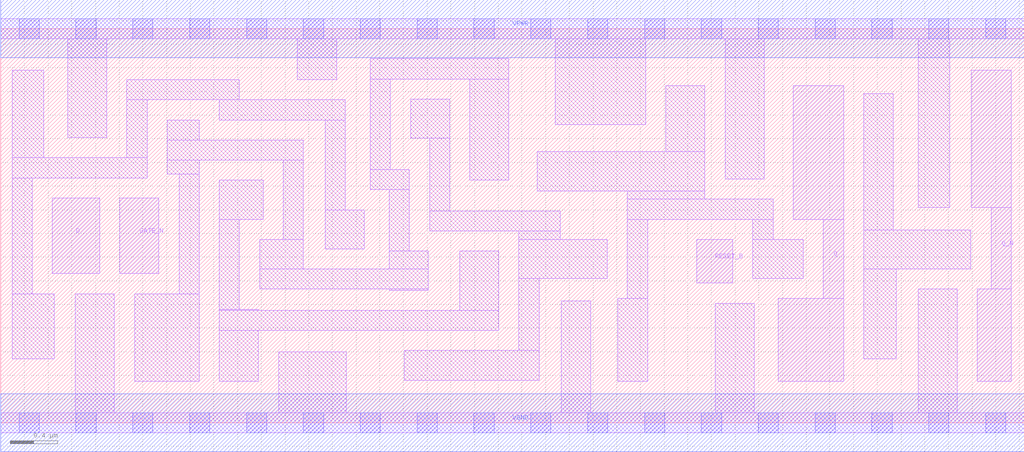
<source format=lef>
# Copyright 2020 The SkyWater PDK Authors
#
# Licensed under the Apache License, Version 2.0 (the "License");
# you may not use this file except in compliance with the License.
# You may obtain a copy of the License at
#
#     https://www.apache.org/licenses/LICENSE-2.0
#
# Unless required by applicable law or agreed to in writing, software
# distributed under the License is distributed on an "AS IS" BASIS,
# WITHOUT WARRANTIES OR CONDITIONS OF ANY KIND, either express or implied.
# See the License for the specific language governing permissions and
# limitations under the License.
#
# SPDX-License-Identifier: Apache-2.0

VERSION 5.7 ;
  NAMESCASESENSITIVE ON ;
  NOWIREEXTENSIONATPIN ON ;
  DIVIDERCHAR "/" ;
  BUSBITCHARS "[]" ;
UNITS
  DATABASE MICRONS 200 ;
END UNITS
MACRO sky130_fd_sc_hs__dlrbn_1
  CLASS CORE ;
  FOREIGN sky130_fd_sc_hs__dlrbn_1 ;
  ORIGIN  0.000000  0.000000 ;
  SIZE  8.640000 BY  3.330000 ;
  SYMMETRY X Y ;
  SITE unit ;
  PIN D
    ANTENNAGATEAREA  0.208500 ;
    DIRECTION INPUT ;
    USE SIGNAL ;
    PORT
      LAYER li1 ;
        RECT 0.435000 1.260000 0.835000 1.900000 ;
    END
  END D
  PIN Q
    ANTENNADIFFAREA  0.535700 ;
    DIRECTION OUTPUT ;
    USE SIGNAL ;
    PORT
      LAYER li1 ;
        RECT 6.565000 0.350000 7.115000 1.050000 ;
        RECT 6.690000 1.720000 7.115000 2.850000 ;
        RECT 6.945000 1.050000 7.115000 1.720000 ;
    END
  END Q
  PIN Q_N
    ANTENNADIFFAREA  0.541300 ;
    DIRECTION OUTPUT ;
    USE SIGNAL ;
    PORT
      LAYER li1 ;
        RECT 8.195000 1.820000 8.530000 2.980000 ;
        RECT 8.245000 0.350000 8.530000 1.130000 ;
        RECT 8.360000 1.130000 8.530000 1.820000 ;
    END
  END Q_N
  PIN RESET_B
    ANTENNAGATEAREA  0.279000 ;
    DIRECTION INPUT ;
    USE SIGNAL ;
    PORT
      LAYER li1 ;
        RECT 5.875000 1.180000 6.180000 1.550000 ;
    END
  END RESET_B
  PIN GATE_N
    ANTENNAGATEAREA  0.237000 ;
    DIRECTION INPUT ;
    USE CLOCK ;
    PORT
      LAYER li1 ;
        RECT 1.005000 1.260000 1.335000 1.900000 ;
    END
  END GATE_N
  PIN VGND
    DIRECTION INOUT ;
    USE GROUND ;
    PORT
      LAYER met1 ;
        RECT 0.000000 -0.245000 8.640000 0.245000 ;
    END
  END VGND
  PIN VPWR
    DIRECTION INOUT ;
    USE POWER ;
    PORT
      LAYER met1 ;
        RECT 0.000000 3.085000 8.640000 3.575000 ;
    END
  END VPWR
  OBS
    LAYER li1 ;
      RECT 0.000000 -0.085000 8.640000 0.085000 ;
      RECT 0.000000  3.245000 8.640000 3.415000 ;
      RECT 0.095000  0.540000 0.450000 1.090000 ;
      RECT 0.095000  1.090000 0.265000 2.070000 ;
      RECT 0.095000  2.070000 1.235000 2.240000 ;
      RECT 0.095000  2.240000 0.365000 2.980000 ;
      RECT 0.565000  2.410000 0.895000 3.245000 ;
      RECT 0.630000  0.085000 0.960000 1.090000 ;
      RECT 1.065000  2.240000 1.235000 2.730000 ;
      RECT 1.065000  2.730000 2.015000 2.900000 ;
      RECT 1.130000  0.350000 1.675000 1.090000 ;
      RECT 1.405000  2.100000 1.675000 2.220000 ;
      RECT 1.405000  2.220000 2.555000 2.390000 ;
      RECT 1.405000  2.390000 1.675000 2.560000 ;
      RECT 1.505000  1.090000 1.675000 2.100000 ;
      RECT 1.845000  0.350000 2.175000 0.780000 ;
      RECT 1.845000  0.780000 4.205000 0.950000 ;
      RECT 1.845000  0.950000 2.175000 0.960000 ;
      RECT 1.845000  0.960000 2.015000 1.720000 ;
      RECT 1.845000  1.720000 2.215000 2.050000 ;
      RECT 1.845000  2.560000 2.910000 2.730000 ;
      RECT 2.185000  1.130000 3.610000 1.300000 ;
      RECT 2.185000  1.300000 2.555000 1.550000 ;
      RECT 2.345000  0.085000 2.915000 0.600000 ;
      RECT 2.385000  1.550000 2.555000 2.220000 ;
      RECT 2.505000  2.900000 2.835000 3.245000 ;
      RECT 2.740000  1.470000 3.070000 1.800000 ;
      RECT 2.740000  1.800000 2.910000 2.560000 ;
      RECT 3.120000  1.970000 3.450000 2.140000 ;
      RECT 3.120000  2.140000 3.290000 2.905000 ;
      RECT 3.120000  2.905000 4.290000 3.075000 ;
      RECT 3.280000  1.120000 3.610000 1.130000 ;
      RECT 3.280000  1.300000 3.610000 1.450000 ;
      RECT 3.280000  1.450000 3.450000 1.970000 ;
      RECT 3.405000  0.360000 4.545000 0.610000 ;
      RECT 3.460000  2.405000 3.790000 2.735000 ;
      RECT 3.620000  1.620000 4.725000 1.790000 ;
      RECT 3.620000  1.790000 3.790000 2.405000 ;
      RECT 3.875000  0.950000 4.205000 1.450000 ;
      RECT 3.960000  2.050000 4.290000 2.905000 ;
      RECT 4.375000  0.610000 4.545000 1.220000 ;
      RECT 4.375000  1.220000 5.120000 1.550000 ;
      RECT 4.375000  1.550000 4.725000 1.620000 ;
      RECT 4.530000  1.960000 5.945000 2.290000 ;
      RECT 4.680000  2.520000 5.445000 3.245000 ;
      RECT 4.730000  0.085000 4.980000 1.030000 ;
      RECT 5.210000  0.350000 5.460000 1.050000 ;
      RECT 5.290000  1.050000 5.460000 1.720000 ;
      RECT 5.290000  1.720000 6.520000 1.890000 ;
      RECT 5.290000  1.890000 5.945000 1.960000 ;
      RECT 5.615000  2.290000 5.945000 2.850000 ;
      RECT 6.030000  0.085000 6.360000 1.010000 ;
      RECT 6.115000  2.060000 6.445000 3.245000 ;
      RECT 6.350000  1.220000 6.775000 1.550000 ;
      RECT 6.350000  1.550000 6.520000 1.720000 ;
      RECT 7.285000  0.540000 7.560000 1.300000 ;
      RECT 7.285000  1.300000 8.190000 1.630000 ;
      RECT 7.285000  1.630000 7.535000 2.780000 ;
      RECT 7.745000  0.085000 8.075000 1.130000 ;
      RECT 7.745000  1.820000 8.010000 3.245000 ;
    LAYER mcon ;
      RECT 0.155000 -0.085000 0.325000 0.085000 ;
      RECT 0.155000  3.245000 0.325000 3.415000 ;
      RECT 0.635000 -0.085000 0.805000 0.085000 ;
      RECT 0.635000  3.245000 0.805000 3.415000 ;
      RECT 1.115000 -0.085000 1.285000 0.085000 ;
      RECT 1.115000  3.245000 1.285000 3.415000 ;
      RECT 1.595000 -0.085000 1.765000 0.085000 ;
      RECT 1.595000  3.245000 1.765000 3.415000 ;
      RECT 2.075000 -0.085000 2.245000 0.085000 ;
      RECT 2.075000  3.245000 2.245000 3.415000 ;
      RECT 2.555000 -0.085000 2.725000 0.085000 ;
      RECT 2.555000  3.245000 2.725000 3.415000 ;
      RECT 3.035000 -0.085000 3.205000 0.085000 ;
      RECT 3.035000  3.245000 3.205000 3.415000 ;
      RECT 3.515000 -0.085000 3.685000 0.085000 ;
      RECT 3.515000  3.245000 3.685000 3.415000 ;
      RECT 3.995000 -0.085000 4.165000 0.085000 ;
      RECT 3.995000  3.245000 4.165000 3.415000 ;
      RECT 4.475000 -0.085000 4.645000 0.085000 ;
      RECT 4.475000  3.245000 4.645000 3.415000 ;
      RECT 4.955000 -0.085000 5.125000 0.085000 ;
      RECT 4.955000  3.245000 5.125000 3.415000 ;
      RECT 5.435000 -0.085000 5.605000 0.085000 ;
      RECT 5.435000  3.245000 5.605000 3.415000 ;
      RECT 5.915000 -0.085000 6.085000 0.085000 ;
      RECT 5.915000  3.245000 6.085000 3.415000 ;
      RECT 6.395000 -0.085000 6.565000 0.085000 ;
      RECT 6.395000  3.245000 6.565000 3.415000 ;
      RECT 6.875000 -0.085000 7.045000 0.085000 ;
      RECT 6.875000  3.245000 7.045000 3.415000 ;
      RECT 7.355000 -0.085000 7.525000 0.085000 ;
      RECT 7.355000  3.245000 7.525000 3.415000 ;
      RECT 7.835000 -0.085000 8.005000 0.085000 ;
      RECT 7.835000  3.245000 8.005000 3.415000 ;
      RECT 8.315000 -0.085000 8.485000 0.085000 ;
      RECT 8.315000  3.245000 8.485000 3.415000 ;
  END
END sky130_fd_sc_hs__dlrbn_1
END LIBRARY

</source>
